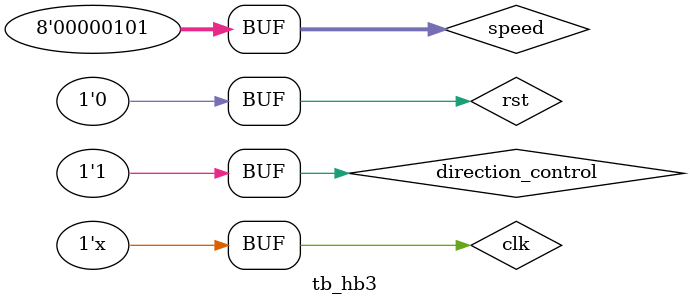
<source format=v>
/* ------------------------------------------------ *
 * Title       : Pmod HB3 Simulation                *
 * Project     : Pmod HB3 Interface                 *
 * ------------------------------------------------ *
 * File        : sim_hb3.v                          *
 * Author      : Yigit Suoglu                       *
 * Last Edit   : 28/05/2021                         *
 * ------------------------------------------------ *
 * Description : Simulation for HB3 Interface       *
 * ------------------------------------------------ */
`timescale 1ns / 1ps
// `include "Pmods/HB3/Sources/hb3.v"

module tb_hb3();
  reg clk, rst, direction_control;
  wire motor_direction, motor_enable;
  reg [7:0] speed;

  always #5 clk <= ~clk;

  hb3 uut(clk, rst, motor_direction, motor_enable, direction_control, speed);

  initial
    begin
      clk <= 0;
      rst <= 0;
      direction_control <= 0;
      speed <= 0;
      #3
      rst <= 1;
      #10
      rst <= 0;
      #10000
      speed <= 8'h80;
      #10000
      speed <= 8'h40;
      #10000
      speed <= 8'hFF;
      #10000
      direction_control <= 1;
      #10000
      speed <= 8'h4A;
      #10000
      speed <= 8'h05;
    end
endmodule
</source>
